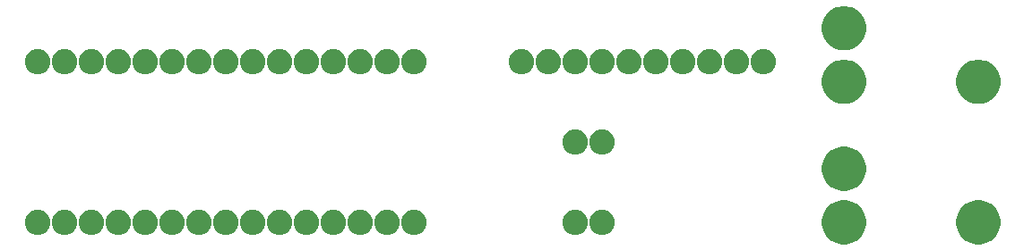
<source format=gbs>
G04*
G04  File:            TRIMIXMIX.GBS, Mon Jul 08 10:27:06 2019*
G04  Source:          P-CAD 2000 PCB, Version 15.10.17, (C:\Jure\Projekti\gitprojekti\trimixMix\trimixMix\hw\trimixmix.pcb)*
G04  Format:          Gerber Format (RS-274-D), ASCII*
G04*
G04  Format Options:  Absolute Positioning*
G04                   Leading-Zero Suppression*
G04                   Scale Factor 1:1*
G04                   NO Circular Interpolation*
G04                   Inch Units*
G04                   Numeric Format: 4.4 (XXXX.XXXX)*
G04                   G54 NOT Used for Aperture Change*
G04                   Apertures Embedded*
G04*
G04  File Options:    Offset = (0.0mil,0.0mil)*
G04                   Drill Symbol Size = 0.0mil*
G04                   No Pad/Via Holes*
G04*
G04  File Contents:   Pads*
G04                   Vias*
G04                   No Designators*
G04                   No Types*
G04                   No Values*
G04                   No Drill Symbols*
G04                   Bot Mask*
G04*
%INTRIMIXMIX.GBS*%
%ICAS*%
%MOIN*%
G04*
G04  Aperture MACROs for general use --- invoked via D-code assignment *
G04*
G04  General MACRO for flashed round with rotation and/or offset hole *
%AMROTOFFROUND*
1,1,$1,0.0000,0.0000*
1,0,$2,$3,$4*%
G04*
G04  General MACRO for flashed oval (obround) with rotation and/or offset hole *
%AMROTOFFOVAL*
21,1,$1,$2,0.0000,0.0000,$3*
1,1,$4,$5,$6*
1,1,$4,0-$5,0-$6*
1,0,$7,$8,$9*%
G04*
G04  General MACRO for flashed oval (obround) with rotation and no hole *
%AMROTOVALNOHOLE*
21,1,$1,$2,0.0000,0.0000,$3*
1,1,$4,$5,$6*
1,1,$4,0-$5,0-$6*%
G04*
G04  General MACRO for flashed rectangle with rotation and/or offset hole *
%AMROTOFFRECT*
21,1,$1,$2,0.0000,0.0000,$3*
1,0,$4,$5,$6*%
G04*
G04  General MACRO for flashed rectangle with rotation and no hole *
%AMROTRECTNOHOLE*
21,1,$1,$2,0.0000,0.0000,$3*%
G04*
G04  General MACRO for flashed rounded-rectangle *
%AMROUNDRECT*
21,1,$1,$2-$4,0.0000,0.0000,$3*
21,1,$1-$4,$2,0.0000,0.0000,$3*
1,1,$4,$5,$6*
1,1,$4,$7,$8*
1,1,$4,0-$5,0-$6*
1,1,$4,0-$7,0-$8*
1,0,$9,$10,$11*%
G04*
G04  General MACRO for flashed rounded-rectangle with rotation and no hole *
%AMROUNDRECTNOHOLE*
21,1,$1,$2-$4,0.0000,0.0000,$3*
21,1,$1-$4,$2,0.0000,0.0000,$3*
1,1,$4,$5,$6*
1,1,$4,$7,$8*
1,1,$4,0-$5,0-$6*
1,1,$4,0-$7,0-$8*%
G04*
G04  General MACRO for flashed regular polygon *
%AMREGPOLY*
5,1,$1,0.0000,0.0000,$2,$3+$4*
1,0,$5,$6,$7*%
G04*
G04  General MACRO for flashed regular polygon with no hole *
%AMREGPOLYNOHOLE*
5,1,$1,0.0000,0.0000,$2,$3+$4*%
G04*
G04  General MACRO for target *
%AMTARGET*
6,0,0,$1,$2,$3,4,$4,$5,$6*%
G04*
G04  General MACRO for mounting hole *
%AMMTHOLE*
1,1,$1,0,0*
1,0,$2,0,0*
$1=$1-$2*
$1=$1/2*
21,1,$2+$1,$3,0,0,$4*
21,1,$3,$2+$1,0,0,$4*%
G04*
G04*
G04  D10 : "Ellipse X10.0mil Y10.0mil H0.0mil 0.0deg (0.0mil,0.0mil) Draw"*
G04  Disc: OuterDia=0.0100*
%ADD10C, 0.0100*%
G04  D11 : "Ellipse X12.0mil Y12.0mil H0.0mil 0.0deg (0.0mil,0.0mil) Draw"*
G04  Disc: OuterDia=0.0120*
%ADD11C, 0.0120*%
G04  D12 : "Ellipse X15.0mil Y15.0mil H0.0mil 0.0deg (0.0mil,0.0mil) Draw"*
G04  Disc: OuterDia=0.0150*
%ADD12C, 0.0150*%
G04  D13 : "Ellipse X20.0mil Y20.0mil H0.0mil 0.0deg (0.0mil,0.0mil) Draw"*
G04  Disc: OuterDia=0.0200*
%ADD13C, 0.0200*%
G04  D14 : "Ellipse X25.0mil Y25.0mil H0.0mil 0.0deg (0.0mil,0.0mil) Draw"*
G04  Disc: OuterDia=0.0250*
%ADD14C, 0.0250*%
G04  D15 : "Ellipse X30.0mil Y30.0mil H0.0mil 0.0deg (0.0mil,0.0mil) Draw"*
G04  Disc: OuterDia=0.0300*
%ADD15C, 0.0300*%
G04  D16 : "Ellipse X50.0mil Y50.0mil H0.0mil 0.0deg (0.0mil,0.0mil) Draw"*
G04  Disc: OuterDia=0.0500*
%ADD16C, 0.0500*%
G04  D17 : "Ellipse X100.0mil Y60.0mil H0.0mil 0.0deg (0.0mil,0.0mil) Flash"*
G04  Obround: DimX=0.1000, DimY=0.0600, Rotation=0.0, OffsetX=0.0000, OffsetY=0.0000, HoleDia=0.0000 *
%ADD17O, 0.1000 X0.0600*%
G04  D18 : "Ellipse X115.0mil Y75.0mil H0.0mil 0.0deg (0.0mil,0.0mil) Flash"*
G04  Obround: DimX=0.1150, DimY=0.0750, Rotation=0.0, OffsetX=0.0000, OffsetY=0.0000, HoleDia=0.0000 *
%ADD18O, 0.1150 X0.0750*%
G04  D19 : "Ellipse X60.0mil Y60.0mil H0.0mil 0.0deg (0.0mil,0.0mil) Flash"*
G04  Disc: OuterDia=0.0600*
%ADD19C, 0.0600*%
G04  D20 : "Ellipse X62.0mil Y62.0mil H0.0mil 0.0deg (0.0mil,0.0mil) Flash"*
G04  Disc: OuterDia=0.0620*
%ADD20C, 0.0620*%
G04  D21 : "Ellipse X70.0mil Y70.0mil H0.0mil 0.0deg (0.0mil,0.0mil) Flash"*
G04  Disc: OuterDia=0.0700*
%ADD21C, 0.0700*%
G04  D22 : "Ellipse X75.0mil Y75.0mil H0.0mil 0.0deg (0.0mil,0.0mil) Flash"*
G04  Disc: OuterDia=0.0750*
%ADD22C, 0.0750*%
G04  D23 : "Ellipse X85.0mil Y85.0mil H0.0mil 0.0deg (0.0mil,0.0mil) Flash"*
G04  Disc: OuterDia=0.0850*
%ADD23C, 0.0850*%
G04  D24 : "Mounting Hole X200.0mil Y200.0mil H0.0mil 0.0deg (0.0mil,0.0mil) Flash"*
G04  Mounting Hole: Diameter=0.2000, Rotation=0.0, LineWidth=0.0050 *
%ADD24MTHOLE, 0.2000 X0.1800 X0.0050 X0.0*%
G04  D25 : "Rounded Rectangle X100.0mil Y60.0mil H0.0mil 0.0deg (0.0mil,0.0mil) Flash"*
G04  RoundRct: DimX=0.1000, DimY=0.0600, CornerRad=0.0150, Rotation=0.0, OffsetX=0.0000, OffsetY=0.0000, HoleDia=0.0000 *
%ADD25ROUNDRECTNOHOLE, 0.1000 X0.0600 X0.0 X0.0300 X-0.0350 X-0.0150 X-0.0350 X0.0150*%
G04  D26 : "Rounded Rectangle X115.0mil Y75.0mil H0.0mil 0.0deg (0.0mil,0.0mil) Flash"*
G04  RoundRct: DimX=0.1150, DimY=0.0750, CornerRad=0.0187, Rotation=0.0, OffsetX=0.0000, OffsetY=0.0000, HoleDia=0.0000 *
%ADD26ROUNDRECTNOHOLE, 0.1150 X0.0750 X0.0 X0.0375 X-0.0388 X-0.0187 X-0.0388 X0.0187*%
G04  D27 : "Rounded Rectangle X50.0mil Y350.0mil H0.0mil 0.0deg (0.0mil,0.0mil) Flash"*
G04  RoundRct: DimX=0.0500, DimY=0.3500, CornerRad=0.0125, Rotation=0.0, OffsetX=0.0000, OffsetY=0.0000, HoleDia=0.0000 *
%ADD27ROUNDRECTNOHOLE, 0.0500 X0.3500 X0.0 X0.0250 X-0.0125 X-0.1625 X-0.0125 X0.1625*%
G04  D28 : "Rounded Rectangle X65.0mil Y365.0mil H0.0mil 0.0deg (0.0mil,0.0mil) Flash"*
G04  RoundRct: DimX=0.0650, DimY=0.3650, CornerRad=0.0163, Rotation=0.0, OffsetX=0.0000, OffsetY=0.0000, HoleDia=0.0000 *
%ADD28ROUNDRECTNOHOLE, 0.0650 X0.3650 X0.0 X0.0325 X-0.0163 X-0.1663 X-0.0163 X0.1663*%
G04  D29 : "Rounded Rectangle X80.0mil Y50.0mil H0.0mil 0.0deg (0.0mil,0.0mil) Flash"*
G04  RoundRct: DimX=0.0800, DimY=0.0500, CornerRad=0.0125, Rotation=0.0, OffsetX=0.0000, OffsetY=0.0000, HoleDia=0.0000 *
%ADD29ROUNDRECTNOHOLE, 0.0800 X0.0500 X0.0 X0.0250 X-0.0275 X-0.0125 X-0.0275 X0.0125*%
G04  D30 : "Rounded Rectangle X95.0mil Y65.0mil H0.0mil 0.0deg (0.0mil,0.0mil) Flash"*
G04  RoundRct: DimX=0.0950, DimY=0.0650, CornerRad=0.0163, Rotation=0.0, OffsetX=0.0000, OffsetY=0.0000, HoleDia=0.0000 *
%ADD30ROUNDRECTNOHOLE, 0.0950 X0.0650 X0.0 X0.0325 X-0.0313 X-0.0163 X-0.0313 X0.0163*%
G04  D31 : "Rectangle X60.0mil Y60.0mil H0.0mil 0.0deg (0.0mil,0.0mil) Flash"*
G04  Square: Side=0.0600, Rotation=0.0, OffsetX=0.0000, OffsetY=0.0000, HoleDia=0.0000*
%ADD31R, 0.0600 X0.0600*%
G04  D32 : "Rectangle X70.0mil Y70.0mil H0.0mil 0.0deg (0.0mil,0.0mil) Flash"*
G04  Square: Side=0.0700, Rotation=0.0, OffsetX=0.0000, OffsetY=0.0000, HoleDia=0.0000*
%ADD32R, 0.0700 X0.0700*%
G04  D33 : "Rectangle X75.0mil Y75.0mil H0.0mil 0.0deg (0.0mil,0.0mil) Flash"*
G04  Square: Side=0.0750, Rotation=0.0, OffsetX=0.0000, OffsetY=0.0000, HoleDia=0.0000*
%ADD33R, 0.0750 X0.0750*%
G04  D34 : "Rectangle X85.0mil Y85.0mil H0.0mil 0.0deg (0.0mil,0.0mil) Flash"*
G04  Square: Side=0.0850, Rotation=0.0, OffsetX=0.0000, OffsetY=0.0000, HoleDia=0.0000*
%ADD34R, 0.0850 X0.0850*%
G04  D35 : "Ellipse X35.0mil Y35.0mil H0.0mil 0.0deg (0.0mil,0.0mil) Flash"*
G04  Disc: OuterDia=0.0350*
%ADD35C, 0.0350*%
G04  D36 : "Ellipse X40.0mil Y40.0mil H0.0mil 0.0deg (0.0mil,0.0mil) Flash"*
G04  Disc: OuterDia=0.0400*
%ADD36C, 0.0400*%
G04  D37 : "Ellipse X50.0mil Y50.0mil H0.0mil 0.0deg (0.0mil,0.0mil) Flash"*
G04  Disc: OuterDia=0.0500*
%ADD37C, 0.0500*%
G04  D38 : "Ellipse X55.0mil Y55.0mil H0.0mil 0.0deg (0.0mil,0.0mil) Flash"*
G04  Disc: OuterDia=0.0550*
%ADD38C, 0.0550*%
G04  D39 : "Ellipse X65.0mil Y65.0mil H0.0mil 0.0deg (0.0mil,0.0mil) Flash"*
G04  Disc: OuterDia=0.0650*
%ADD39C, 0.0650*%
G04  D40 : "Ellipse X77.0mil Y77.0mil H0.0mil 0.0deg (0.0mil,0.0mil) Flash"*
G04  Disc: OuterDia=0.0770*
%ADD40C, 0.0770*%
G04  D41 : "Ellipse X80.0mil Y80.0mil H0.0mil 0.0deg (0.0mil,0.0mil) Flash"*
G04  Disc: OuterDia=0.0800*
%ADD41C, 0.0800*%
G04  D42 : "Ellipse X95.0mil Y95.0mil H0.0mil 0.0deg (0.0mil,0.0mil) Flash"*
G04  Disc: OuterDia=0.0950*
%ADD42C, 0.0950*%
G04*
%FSLAX44Y44*%
%SFA1B1*%
%OFA0.0000B0.0000*%
G04*
G70*
G90*
G01*
D2*
%LNBot Mask*%
D10*
X53053Y49625*
X53446D1*
X52977Y49675D2*
X53522D1*
X52927Y49725D2*
X53572D1*
X52892Y49775D2*
X53607D1*
X52863Y49825D2*
X53636D1*
X52846Y49875D2*
X53653D1*
X52833Y49925D2*
X53666D1*
X52827Y49975D2*
X53672D1*
X52827Y50025D2*
X53672D1*
X52833Y50075D2*
X53666D1*
X52846Y50125D2*
X53653D1*
X52863Y50175D2*
X53636D1*
X52892Y50225D2*
X53607D1*
X52927Y50275D2*
X53572D1*
X52977Y50325D2*
X53522D1*
X53053Y50375D2*
X53446D1*
X53675Y50000D2*
X53664Y50094D1*
X53632Y50184*
X53582Y50264*
X53514Y50332*
X53434Y50382*
X53344Y50414*
X53250Y50425*
X53155Y50414*
X53065Y50382*
X52985Y50332*
X52917Y50264*
X52867Y50184*
X52835Y50094*
X52825Y50000*
X52835Y49905*
X52867Y49815*
X52917Y49735*
X52985Y49667*
X53065Y49617*
X53155Y49585*
X53250Y49575*
X53344Y49585*
X53434Y49617*
X53514Y49667*
X53582Y49735*
X53632Y49815*
X53664Y49905*
X53675Y50000*
X54053Y49625D2*
X54446D1*
X53977Y49675D2*
X54522D1*
X53927Y49725D2*
X54572D1*
X53892Y49775D2*
X54607D1*
X53863Y49825D2*
X54636D1*
X53846Y49875D2*
X54653D1*
X53833Y49925D2*
X54666D1*
X53827Y49975D2*
X54672D1*
X53827Y50025D2*
X54672D1*
X53833Y50075D2*
X54666D1*
X53846Y50125D2*
X54653D1*
X53863Y50175D2*
X54636D1*
X53892Y50225D2*
X54607D1*
X53927Y50275D2*
X54572D1*
X53977Y50325D2*
X54522D1*
X54053Y50375D2*
X54446D1*
X54675Y50000D2*
X54664Y50094D1*
X54632Y50184*
X54582Y50264*
X54514Y50332*
X54434Y50382*
X54344Y50414*
X54250Y50425*
X54155Y50414*
X54065Y50382*
X53985Y50332*
X53917Y50264*
X53867Y50184*
X53835Y50094*
X53825Y50000*
X53835Y49905*
X53867Y49815*
X53917Y49735*
X53985Y49667*
X54065Y49617*
X54155Y49585*
X54250Y49575*
X54344Y49585*
X54434Y49617*
X54514Y49667*
X54582Y49735*
X54632Y49815*
X54664Y49905*
X54675Y50000*
X55053Y49625D2*
X55446D1*
X54977Y49675D2*
X55522D1*
X54927Y49725D2*
X55572D1*
X54892Y49775D2*
X55607D1*
X54863Y49825D2*
X55636D1*
X54846Y49875D2*
X55653D1*
X54833Y49925D2*
X55666D1*
X54827Y49975D2*
X55672D1*
X54827Y50025D2*
X55672D1*
X54833Y50075D2*
X55666D1*
X54846Y50125D2*
X55653D1*
X54863Y50175D2*
X55636D1*
X54892Y50225D2*
X55607D1*
X54927Y50275D2*
X55572D1*
X54977Y50325D2*
X55522D1*
X55053Y50375D2*
X55446D1*
X55675Y50000D2*
X55664Y50094D1*
X55632Y50184*
X55582Y50264*
X55514Y50332*
X55434Y50382*
X55344Y50414*
X55250Y50425*
X55155Y50414*
X55065Y50382*
X54985Y50332*
X54917Y50264*
X54867Y50184*
X54835Y50094*
X54825Y50000*
X54835Y49905*
X54867Y49815*
X54917Y49735*
X54985Y49667*
X55065Y49617*
X55155Y49585*
X55250Y49575*
X55344Y49585*
X55434Y49617*
X55514Y49667*
X55582Y49735*
X55632Y49815*
X55664Y49905*
X55675Y50000*
X52053Y49625D2*
X52446D1*
X51977Y49675D2*
X52522D1*
X51927Y49725D2*
X52572D1*
X51892Y49775D2*
X52607D1*
X51863Y49825D2*
X52636D1*
X51846Y49875D2*
X52653D1*
X51833Y49925D2*
X52666D1*
X51827Y49975D2*
X52672D1*
X51827Y50025D2*
X52672D1*
X51833Y50075D2*
X52666D1*
X51846Y50125D2*
X52653D1*
X51863Y50175D2*
X52636D1*
X51892Y50225D2*
X52607D1*
X51927Y50275D2*
X52572D1*
X51977Y50325D2*
X52522D1*
X52053Y50375D2*
X52446D1*
X52675Y50000D2*
X52664Y50094D1*
X52632Y50184*
X52582Y50264*
X52514Y50332*
X52434Y50382*
X52344Y50414*
X52250Y50425*
X52155Y50414*
X52065Y50382*
X51985Y50332*
X51917Y50264*
X51867Y50184*
X51835Y50094*
X51825Y50000*
X51835Y49905*
X51867Y49815*
X51917Y49735*
X51985Y49667*
X52065Y49617*
X52155Y49585*
X52250Y49575*
X52344Y49585*
X52434Y49617*
X52514Y49667*
X52582Y49735*
X52632Y49815*
X52664Y49905*
X52675Y50000*
X51053Y49625D2*
X51446D1*
X50977Y49675D2*
X51522D1*
X50927Y49725D2*
X51572D1*
X50892Y49775D2*
X51607D1*
X50863Y49825D2*
X51636D1*
X50846Y49875D2*
X51653D1*
X50833Y49925D2*
X51666D1*
X50827Y49975D2*
X51672D1*
X50827Y50025D2*
X51672D1*
X50833Y50075D2*
X51666D1*
X50846Y50125D2*
X51653D1*
X50863Y50175D2*
X51636D1*
X50892Y50225D2*
X51607D1*
X50927Y50275D2*
X51572D1*
X50977Y50325D2*
X51522D1*
X51053Y50375D2*
X51446D1*
X51675Y50000D2*
X51664Y50094D1*
X51632Y50184*
X51582Y50264*
X51514Y50332*
X51434Y50382*
X51344Y50414*
X51250Y50425*
X51155Y50414*
X51065Y50382*
X50985Y50332*
X50917Y50264*
X50867Y50184*
X50835Y50094*
X50825Y50000*
X50835Y49905*
X50867Y49815*
X50917Y49735*
X50985Y49667*
X51065Y49617*
X51155Y49585*
X51250Y49575*
X51344Y49585*
X51434Y49617*
X51514Y49667*
X51582Y49735*
X51632Y49815*
X51664Y49905*
X51675Y50000*
X48053Y49625D2*
X48446D1*
X47977Y49675D2*
X48522D1*
X47927Y49725D2*
X48572D1*
X47892Y49775D2*
X48607D1*
X47863Y49825D2*
X48636D1*
X47846Y49875D2*
X48653D1*
X47833Y49925D2*
X48666D1*
X47827Y49975D2*
X48672D1*
X47827Y50025D2*
X48672D1*
X47833Y50075D2*
X48666D1*
X47846Y50125D2*
X48653D1*
X47863Y50175D2*
X48636D1*
X47892Y50225D2*
X48607D1*
X47927Y50275D2*
X48572D1*
X47977Y50325D2*
X48522D1*
X48053Y50375D2*
X48446D1*
X48675Y50000D2*
X48664Y50094D1*
X48632Y50184*
X48582Y50264*
X48514Y50332*
X48434Y50382*
X48344Y50414*
X48250Y50425*
X48155Y50414*
X48065Y50382*
X47985Y50332*
X47917Y50264*
X47867Y50184*
X47835Y50094*
X47825Y50000*
X47835Y49905*
X47867Y49815*
X47917Y49735*
X47985Y49667*
X48065Y49617*
X48155Y49585*
X48250Y49575*
X48344Y49585*
X48434Y49617*
X48514Y49667*
X48582Y49735*
X48632Y49815*
X48664Y49905*
X48675Y50000*
X49053Y49625D2*
X49446D1*
X48977Y49675D2*
X49522D1*
X48927Y49725D2*
X49572D1*
X48892Y49775D2*
X49607D1*
X48863Y49825D2*
X49636D1*
X48846Y49875D2*
X49653D1*
X48833Y49925D2*
X49666D1*
X48827Y49975D2*
X49672D1*
X48827Y50025D2*
X49672D1*
X48833Y50075D2*
X49666D1*
X48846Y50125D2*
X49653D1*
X48863Y50175D2*
X49636D1*
X48892Y50225D2*
X49607D1*
X48927Y50275D2*
X49572D1*
X48977Y50325D2*
X49522D1*
X49053Y50375D2*
X49446D1*
X49675Y50000D2*
X49664Y50094D1*
X49632Y50184*
X49582Y50264*
X49514Y50332*
X49434Y50382*
X49344Y50414*
X49250Y50425*
X49155Y50414*
X49065Y50382*
X48985Y50332*
X48917Y50264*
X48867Y50184*
X48835Y50094*
X48825Y50000*
X48835Y49905*
X48867Y49815*
X48917Y49735*
X48985Y49667*
X49065Y49617*
X49155Y49585*
X49250Y49575*
X49344Y49585*
X49434Y49617*
X49514Y49667*
X49582Y49735*
X49632Y49815*
X49664Y49905*
X49675Y50000*
X50053Y49625D2*
X50446D1*
X49977Y49675D2*
X50522D1*
X49927Y49725D2*
X50572D1*
X49892Y49775D2*
X50607D1*
X49863Y49825D2*
X50636D1*
X49846Y49875D2*
X50653D1*
X49833Y49925D2*
X50666D1*
X49827Y49975D2*
X50672D1*
X49827Y50025D2*
X50672D1*
X49833Y50075D2*
X50666D1*
X49846Y50125D2*
X50653D1*
X49863Y50175D2*
X50636D1*
X49892Y50225D2*
X50607D1*
X49927Y50275D2*
X50572D1*
X49977Y50325D2*
X50522D1*
X50053Y50375D2*
X50446D1*
X50675Y50000D2*
X50664Y50094D1*
X50632Y50184*
X50582Y50264*
X50514Y50332*
X50434Y50382*
X50344Y50414*
X50250Y50425*
X50155Y50414*
X50065Y50382*
X49985Y50332*
X49917Y50264*
X49867Y50184*
X49835Y50094*
X49825Y50000*
X49835Y49905*
X49867Y49815*
X49917Y49735*
X49985Y49667*
X50065Y49617*
X50155Y49585*
X50250Y49575*
X50344Y49585*
X50434Y49617*
X50514Y49667*
X50582Y49735*
X50632Y49815*
X50664Y49905*
X50675Y50000*
X47053Y49625D2*
X47446D1*
X46977Y49675D2*
X47522D1*
X46927Y49725D2*
X47572D1*
X46892Y49775D2*
X47607D1*
X46863Y49825D2*
X47636D1*
X46846Y49875D2*
X47653D1*
X46833Y49925D2*
X47666D1*
X46827Y49975D2*
X47672D1*
X46827Y50025D2*
X47672D1*
X46833Y50075D2*
X47666D1*
X46846Y50125D2*
X47653D1*
X46863Y50175D2*
X47636D1*
X46892Y50225D2*
X47607D1*
X46927Y50275D2*
X47572D1*
X46977Y50325D2*
X47522D1*
X47053Y50375D2*
X47446D1*
X47675Y50000D2*
X47664Y50094D1*
X47632Y50184*
X47582Y50264*
X47514Y50332*
X47434Y50382*
X47344Y50414*
X47250Y50425*
X47155Y50414*
X47065Y50382*
X46985Y50332*
X46917Y50264*
X46867Y50184*
X46835Y50094*
X46825Y50000*
X46835Y49905*
X46867Y49815*
X46917Y49735*
X46985Y49667*
X47065Y49617*
X47155Y49585*
X47250Y49575*
X47344Y49585*
X47434Y49617*
X47514Y49667*
X47582Y49735*
X47632Y49815*
X47664Y49905*
X47675Y50000*
X46053Y49625D2*
X46446D1*
X45977Y49675D2*
X46522D1*
X45927Y49725D2*
X46572D1*
X45892Y49775D2*
X46607D1*
X45863Y49825D2*
X46636D1*
X45846Y49875D2*
X46653D1*
X45833Y49925D2*
X46666D1*
X45827Y49975D2*
X46672D1*
X45827Y50025D2*
X46672D1*
X45833Y50075D2*
X46666D1*
X45846Y50125D2*
X46653D1*
X45863Y50175D2*
X46636D1*
X45892Y50225D2*
X46607D1*
X45927Y50275D2*
X46572D1*
X45977Y50325D2*
X46522D1*
X46053Y50375D2*
X46446D1*
X46675Y50000D2*
X46664Y50094D1*
X46632Y50184*
X46582Y50264*
X46514Y50332*
X46434Y50382*
X46344Y50414*
X46250Y50425*
X46155Y50414*
X46065Y50382*
X45985Y50332*
X45917Y50264*
X45867Y50184*
X45835Y50094*
X45825Y50000*
X45835Y49905*
X45867Y49815*
X45917Y49735*
X45985Y49667*
X46065Y49617*
X46155Y49585*
X46250Y49575*
X46344Y49585*
X46434Y49617*
X46514Y49667*
X46582Y49735*
X46632Y49815*
X46664Y49905*
X46675Y50000*
X40053Y49625D2*
X40446D1*
X39977Y49675D2*
X40522D1*
X39927Y49725D2*
X40572D1*
X39892Y49775D2*
X40607D1*
X39863Y49825D2*
X40636D1*
X39846Y49875D2*
X40653D1*
X39833Y49925D2*
X40666D1*
X39827Y49975D2*
X40672D1*
X39827Y50025D2*
X40672D1*
X39833Y50075D2*
X40666D1*
X39846Y50125D2*
X40653D1*
X39863Y50175D2*
X40636D1*
X39892Y50225D2*
X40607D1*
X39927Y50275D2*
X40572D1*
X39977Y50325D2*
X40522D1*
X40053Y50375D2*
X40446D1*
X40675Y50000D2*
X40664Y50094D1*
X40632Y50184*
X40582Y50264*
X40514Y50332*
X40434Y50382*
X40344Y50414*
X40250Y50425*
X40155Y50414*
X40065Y50382*
X39985Y50332*
X39917Y50264*
X39867Y50184*
X39835Y50094*
X39825Y50000*
X39835Y49905*
X39867Y49815*
X39917Y49735*
X39985Y49667*
X40065Y49617*
X40155Y49585*
X40250Y49575*
X40344Y49585*
X40434Y49617*
X40514Y49667*
X40582Y49735*
X40632Y49815*
X40664Y49905*
X40675Y50000*
X41053Y49625D2*
X41446D1*
X40977Y49675D2*
X41522D1*
X40927Y49725D2*
X41572D1*
X40892Y49775D2*
X41607D1*
X40863Y49825D2*
X41636D1*
X40846Y49875D2*
X41653D1*
X40833Y49925D2*
X41666D1*
X40827Y49975D2*
X41672D1*
X40827Y50025D2*
X41672D1*
X40833Y50075D2*
X41666D1*
X40846Y50125D2*
X41653D1*
X40863Y50175D2*
X41636D1*
X40892Y50225D2*
X41607D1*
X40927Y50275D2*
X41572D1*
X40977Y50325D2*
X41522D1*
X41053Y50375D2*
X41446D1*
X41675Y50000D2*
X41664Y50094D1*
X41632Y50184*
X41582Y50264*
X41514Y50332*
X41434Y50382*
X41344Y50414*
X41250Y50425*
X41155Y50414*
X41065Y50382*
X40985Y50332*
X40917Y50264*
X40867Y50184*
X40835Y50094*
X40825Y50000*
X40835Y49905*
X40867Y49815*
X40917Y49735*
X40985Y49667*
X41065Y49617*
X41155Y49585*
X41250Y49575*
X41344Y49585*
X41434Y49617*
X41514Y49667*
X41582Y49735*
X41632Y49815*
X41664Y49905*
X41675Y50000*
X42053Y49625D2*
X42446D1*
X41977Y49675D2*
X42522D1*
X41927Y49725D2*
X42572D1*
X41892Y49775D2*
X42607D1*
X41863Y49825D2*
X42636D1*
X41846Y49875D2*
X42653D1*
X41833Y49925D2*
X42666D1*
X41827Y49975D2*
X42672D1*
X41827Y50025D2*
X42672D1*
X41833Y50075D2*
X42666D1*
X41846Y50125D2*
X42653D1*
X41863Y50175D2*
X42636D1*
X41892Y50225D2*
X42607D1*
X41927Y50275D2*
X42572D1*
X41977Y50325D2*
X42522D1*
X42053Y50375D2*
X42446D1*
X42675Y50000D2*
X42664Y50094D1*
X42632Y50184*
X42582Y50264*
X42514Y50332*
X42434Y50382*
X42344Y50414*
X42250Y50425*
X42155Y50414*
X42065Y50382*
X41985Y50332*
X41917Y50264*
X41867Y50184*
X41835Y50094*
X41825Y50000*
X41835Y49905*
X41867Y49815*
X41917Y49735*
X41985Y49667*
X42065Y49617*
X42155Y49585*
X42250Y49575*
X42344Y49585*
X42434Y49617*
X42514Y49667*
X42582Y49735*
X42632Y49815*
X42664Y49905*
X42675Y50000*
X38053Y43625D2*
X38446D1*
X37977Y43675D2*
X38522D1*
X37927Y43725D2*
X38572D1*
X37892Y43775D2*
X38607D1*
X37863Y43825D2*
X38636D1*
X37846Y43875D2*
X38653D1*
X37833Y43925D2*
X38666D1*
X37827Y43975D2*
X38672D1*
X37827Y44025D2*
X38672D1*
X37833Y44075D2*
X38666D1*
X37846Y44125D2*
X38653D1*
X37863Y44175D2*
X38636D1*
X37892Y44225D2*
X38607D1*
X37927Y44275D2*
X38572D1*
X37977Y44325D2*
X38522D1*
X38053Y44375D2*
X38446D1*
X38675Y44000D2*
X38664Y44094D1*
X38632Y44184*
X38582Y44264*
X38514Y44332*
X38434Y44382*
X38344Y44414*
X38250Y44425*
X38155Y44414*
X38065Y44382*
X37985Y44332*
X37917Y44264*
X37867Y44184*
X37835Y44094*
X37825Y44000*
X37835Y43905*
X37867Y43815*
X37917Y43735*
X37985Y43667*
X38065Y43617*
X38155Y43585*
X38250Y43575*
X38344Y43585*
X38434Y43617*
X38514Y43667*
X38582Y43735*
X38632Y43815*
X38664Y43905*
X38675Y44000*
X39053Y43625D2*
X39446D1*
X38977Y43675D2*
X39522D1*
X38927Y43725D2*
X39572D1*
X38892Y43775D2*
X39607D1*
X38863Y43825D2*
X39636D1*
X38846Y43875D2*
X39653D1*
X38833Y43925D2*
X39666D1*
X38827Y43975D2*
X39672D1*
X38827Y44025D2*
X39672D1*
X38833Y44075D2*
X39666D1*
X38846Y44125D2*
X39653D1*
X38863Y44175D2*
X39636D1*
X38892Y44225D2*
X39607D1*
X38927Y44275D2*
X39572D1*
X38977Y44325D2*
X39522D1*
X39053Y44375D2*
X39446D1*
X39675Y44000D2*
X39664Y44094D1*
X39632Y44184*
X39582Y44264*
X39514Y44332*
X39434Y44382*
X39344Y44414*
X39250Y44425*
X39155Y44414*
X39065Y44382*
X38985Y44332*
X38917Y44264*
X38867Y44184*
X38835Y44094*
X38825Y44000*
X38835Y43905*
X38867Y43815*
X38917Y43735*
X38985Y43667*
X39065Y43617*
X39155Y43585*
X39250Y43575*
X39344Y43585*
X39434Y43617*
X39514Y43667*
X39582Y43735*
X39632Y43815*
X39664Y43905*
X39675Y44000*
X40053Y43625D2*
X40446D1*
X39977Y43675D2*
X40522D1*
X39927Y43725D2*
X40572D1*
X39892Y43775D2*
X40607D1*
X39863Y43825D2*
X40636D1*
X39846Y43875D2*
X40653D1*
X39833Y43925D2*
X40666D1*
X39827Y43975D2*
X40672D1*
X39827Y44025D2*
X40672D1*
X39833Y44075D2*
X40666D1*
X39846Y44125D2*
X40653D1*
X39863Y44175D2*
X40636D1*
X39892Y44225D2*
X40607D1*
X39927Y44275D2*
X40572D1*
X39977Y44325D2*
X40522D1*
X40053Y44375D2*
X40446D1*
X40675Y44000D2*
X40664Y44094D1*
X40632Y44184*
X40582Y44264*
X40514Y44332*
X40434Y44382*
X40344Y44414*
X40250Y44425*
X40155Y44414*
X40065Y44382*
X39985Y44332*
X39917Y44264*
X39867Y44184*
X39835Y44094*
X39825Y44000*
X39835Y43905*
X39867Y43815*
X39917Y43735*
X39985Y43667*
X40065Y43617*
X40155Y43585*
X40250Y43575*
X40344Y43585*
X40434Y43617*
X40514Y43667*
X40582Y43735*
X40632Y43815*
X40664Y43905*
X40675Y44000*
X41053Y43625D2*
X41446D1*
X40977Y43675D2*
X41522D1*
X40927Y43725D2*
X41572D1*
X40892Y43775D2*
X41607D1*
X40863Y43825D2*
X41636D1*
X40846Y43875D2*
X41653D1*
X40833Y43925D2*
X41666D1*
X40827Y43975D2*
X41672D1*
X40827Y44025D2*
X41672D1*
X40833Y44075D2*
X41666D1*
X40846Y44125D2*
X41653D1*
X40863Y44175D2*
X41636D1*
X40892Y44225D2*
X41607D1*
X40927Y44275D2*
X41572D1*
X40977Y44325D2*
X41522D1*
X41053Y44375D2*
X41446D1*
X41675Y44000D2*
X41664Y44094D1*
X41632Y44184*
X41582Y44264*
X41514Y44332*
X41434Y44382*
X41344Y44414*
X41250Y44425*
X41155Y44414*
X41065Y44382*
X40985Y44332*
X40917Y44264*
X40867Y44184*
X40835Y44094*
X40825Y44000*
X40835Y43905*
X40867Y43815*
X40917Y43735*
X40985Y43667*
X41065Y43617*
X41155Y43585*
X41250Y43575*
X41344Y43585*
X41434Y43617*
X41514Y43667*
X41582Y43735*
X41632Y43815*
X41664Y43905*
X41675Y44000*
X42053Y43625D2*
X42446D1*
X41977Y43675D2*
X42522D1*
X41927Y43725D2*
X42572D1*
X41892Y43775D2*
X42607D1*
X41863Y43825D2*
X42636D1*
X41846Y43875D2*
X42653D1*
X41833Y43925D2*
X42666D1*
X41827Y43975D2*
X42672D1*
X41827Y44025D2*
X42672D1*
X41833Y44075D2*
X42666D1*
X41846Y44125D2*
X42653D1*
X41863Y44175D2*
X42636D1*
X41892Y44225D2*
X42607D1*
X41927Y44275D2*
X42572D1*
X41977Y44325D2*
X42522D1*
X42053Y44375D2*
X42446D1*
X42675Y44000D2*
X42664Y44094D1*
X42632Y44184*
X42582Y44264*
X42514Y44332*
X42434Y44382*
X42344Y44414*
X42250Y44425*
X42155Y44414*
X42065Y44382*
X41985Y44332*
X41917Y44264*
X41867Y44184*
X41835Y44094*
X41825Y44000*
X41835Y43905*
X41867Y43815*
X41917Y43735*
X41985Y43667*
X42065Y43617*
X42155Y43585*
X42250Y43575*
X42344Y43585*
X42434Y43617*
X42514Y43667*
X42582Y43735*
X42632Y43815*
X42664Y43905*
X42675Y44000*
X39053Y49625D2*
X39446D1*
X38977Y49675D2*
X39522D1*
X38927Y49725D2*
X39572D1*
X38892Y49775D2*
X39607D1*
X38863Y49825D2*
X39636D1*
X38846Y49875D2*
X39653D1*
X38833Y49925D2*
X39666D1*
X38827Y49975D2*
X39672D1*
X38827Y50025D2*
X39672D1*
X38833Y50075D2*
X39666D1*
X38846Y50125D2*
X39653D1*
X38863Y50175D2*
X39636D1*
X38892Y50225D2*
X39607D1*
X38927Y50275D2*
X39572D1*
X38977Y50325D2*
X39522D1*
X39053Y50375D2*
X39446D1*
X39675Y50000D2*
X39664Y50094D1*
X39632Y50184*
X39582Y50264*
X39514Y50332*
X39434Y50382*
X39344Y50414*
X39250Y50425*
X39155Y50414*
X39065Y50382*
X38985Y50332*
X38917Y50264*
X38867Y50184*
X38835Y50094*
X38825Y50000*
X38835Y49905*
X38867Y49815*
X38917Y49735*
X38985Y49667*
X39065Y49617*
X39155Y49585*
X39250Y49575*
X39344Y49585*
X39434Y49617*
X39514Y49667*
X39582Y49735*
X39632Y49815*
X39664Y49905*
X39675Y50000*
X38053Y49625D2*
X38446D1*
X37977Y49675D2*
X38522D1*
X37927Y49725D2*
X38572D1*
X37892Y49775D2*
X38607D1*
X37863Y49825D2*
X38636D1*
X37846Y49875D2*
X38653D1*
X37833Y49925D2*
X38666D1*
X37827Y49975D2*
X38672D1*
X37827Y50025D2*
X38672D1*
X37833Y50075D2*
X38666D1*
X37846Y50125D2*
X38653D1*
X37863Y50175D2*
X38636D1*
X37892Y50225D2*
X38607D1*
X37927Y50275D2*
X38572D1*
X37977Y50325D2*
X38522D1*
X38053Y50375D2*
X38446D1*
X38675Y50000D2*
X38664Y50094D1*
X38632Y50184*
X38582Y50264*
X38514Y50332*
X38434Y50382*
X38344Y50414*
X38250Y50425*
X38155Y50414*
X38065Y50382*
X37985Y50332*
X37917Y50264*
X37867Y50184*
X37835Y50094*
X37825Y50000*
X37835Y49905*
X37867Y49815*
X37917Y49735*
X37985Y49667*
X38065Y49617*
X38155Y49585*
X38250Y49575*
X38344Y49585*
X38434Y49617*
X38514Y49667*
X38582Y49735*
X38632Y49815*
X38664Y49905*
X38675Y50000*
X35053Y49625D2*
X35446D1*
X34977Y49675D2*
X35522D1*
X34927Y49725D2*
X35572D1*
X34892Y49775D2*
X35607D1*
X34863Y49825D2*
X35636D1*
X34846Y49875D2*
X35653D1*
X34833Y49925D2*
X35666D1*
X34827Y49975D2*
X35672D1*
X34827Y50025D2*
X35672D1*
X34833Y50075D2*
X35666D1*
X34846Y50125D2*
X35653D1*
X34863Y50175D2*
X35636D1*
X34892Y50225D2*
X35607D1*
X34927Y50275D2*
X35572D1*
X34977Y50325D2*
X35522D1*
X35053Y50375D2*
X35446D1*
X35675Y50000D2*
X35664Y50094D1*
X35632Y50184*
X35582Y50264*
X35514Y50332*
X35434Y50382*
X35344Y50414*
X35250Y50425*
X35155Y50414*
X35065Y50382*
X34985Y50332*
X34917Y50264*
X34867Y50184*
X34835Y50094*
X34825Y50000*
X34835Y49905*
X34867Y49815*
X34917Y49735*
X34985Y49667*
X35065Y49617*
X35155Y49585*
X35250Y49575*
X35344Y49585*
X35434Y49617*
X35514Y49667*
X35582Y49735*
X35632Y49815*
X35664Y49905*
X35675Y50000*
X36053Y49625D2*
X36446D1*
X35977Y49675D2*
X36522D1*
X35927Y49725D2*
X36572D1*
X35892Y49775D2*
X36607D1*
X35863Y49825D2*
X36636D1*
X35846Y49875D2*
X36653D1*
X35833Y49925D2*
X36666D1*
X35827Y49975D2*
X36672D1*
X35827Y50025D2*
X36672D1*
X35833Y50075D2*
X36666D1*
X35846Y50125D2*
X36653D1*
X35863Y50175D2*
X36636D1*
X35892Y50225D2*
X36607D1*
X35927Y50275D2*
X36572D1*
X35977Y50325D2*
X36522D1*
X36053Y50375D2*
X36446D1*
X36675Y50000D2*
X36664Y50094D1*
X36632Y50184*
X36582Y50264*
X36514Y50332*
X36434Y50382*
X36344Y50414*
X36250Y50425*
X36155Y50414*
X36065Y50382*
X35985Y50332*
X35917Y50264*
X35867Y50184*
X35835Y50094*
X35825Y50000*
X35835Y49905*
X35867Y49815*
X35917Y49735*
X35985Y49667*
X36065Y49617*
X36155Y49585*
X36250Y49575*
X36344Y49585*
X36434Y49617*
X36514Y49667*
X36582Y49735*
X36632Y49815*
X36664Y49905*
X36675Y50000*
X37053Y49625D2*
X37446D1*
X36977Y49675D2*
X37522D1*
X36927Y49725D2*
X37572D1*
X36892Y49775D2*
X37607D1*
X36863Y49825D2*
X37636D1*
X36846Y49875D2*
X37653D1*
X36833Y49925D2*
X37666D1*
X36827Y49975D2*
X37672D1*
X36827Y50025D2*
X37672D1*
X36833Y50075D2*
X37666D1*
X36846Y50125D2*
X37653D1*
X36863Y50175D2*
X37636D1*
X36892Y50225D2*
X37607D1*
X36927Y50275D2*
X37572D1*
X36977Y50325D2*
X37522D1*
X37053Y50375D2*
X37446D1*
X37675Y50000D2*
X37664Y50094D1*
X37632Y50184*
X37582Y50264*
X37514Y50332*
X37434Y50382*
X37344Y50414*
X37250Y50425*
X37155Y50414*
X37065Y50382*
X36985Y50332*
X36917Y50264*
X36867Y50184*
X36835Y50094*
X36825Y50000*
X36835Y49905*
X36867Y49815*
X36917Y49735*
X36985Y49667*
X37065Y49617*
X37155Y49585*
X37250Y49575*
X37344Y49585*
X37434Y49617*
X37514Y49667*
X37582Y49735*
X37632Y49815*
X37664Y49905*
X37675Y50000*
X34053Y49625D2*
X34446D1*
X33977Y49675D2*
X34522D1*
X33927Y49725D2*
X34572D1*
X33892Y49775D2*
X34607D1*
X33863Y49825D2*
X34636D1*
X33846Y49875D2*
X34653D1*
X33833Y49925D2*
X34666D1*
X33827Y49975D2*
X34672D1*
X33827Y50025D2*
X34672D1*
X33833Y50075D2*
X34666D1*
X33846Y50125D2*
X34653D1*
X33863Y50175D2*
X34636D1*
X33892Y50225D2*
X34607D1*
X33927Y50275D2*
X34572D1*
X33977Y50325D2*
X34522D1*
X34053Y50375D2*
X34446D1*
X34675Y50000D2*
X34664Y50094D1*
X34632Y50184*
X34582Y50264*
X34514Y50332*
X34434Y50382*
X34344Y50414*
X34250Y50425*
X34155Y50414*
X34065Y50382*
X33985Y50332*
X33917Y50264*
X33867Y50184*
X33835Y50094*
X33825Y50000*
X33835Y49905*
X33867Y49815*
X33917Y49735*
X33985Y49667*
X34065Y49617*
X34155Y49585*
X34250Y49575*
X34344Y49585*
X34434Y49617*
X34514Y49667*
X34582Y49735*
X34632Y49815*
X34664Y49905*
X34675Y50000*
X33053Y49625D2*
X33446D1*
X32977Y49675D2*
X33522D1*
X32927Y49725D2*
X33572D1*
X32892Y49775D2*
X33607D1*
X32863Y49825D2*
X33636D1*
X32846Y49875D2*
X33653D1*
X32833Y49925D2*
X33666D1*
X32827Y49975D2*
X33672D1*
X32827Y50025D2*
X33672D1*
X32833Y50075D2*
X33666D1*
X32846Y50125D2*
X33653D1*
X32863Y50175D2*
X33636D1*
X32892Y50225D2*
X33607D1*
X32927Y50275D2*
X33572D1*
X32977Y50325D2*
X33522D1*
X33053Y50375D2*
X33446D1*
X33675Y50000D2*
X33664Y50094D1*
X33632Y50184*
X33582Y50264*
X33514Y50332*
X33434Y50382*
X33344Y50414*
X33250Y50425*
X33155Y50414*
X33065Y50382*
X32985Y50332*
X32917Y50264*
X32867Y50184*
X32835Y50094*
X32825Y50000*
X32835Y49905*
X32867Y49815*
X32917Y49735*
X32985Y49667*
X33065Y49617*
X33155Y49585*
X33250Y49575*
X33344Y49585*
X33434Y49617*
X33514Y49667*
X33582Y49735*
X33632Y49815*
X33664Y49905*
X33675Y50000*
X30053Y49625D2*
X30446D1*
X29977Y49675D2*
X30522D1*
X29927Y49725D2*
X30572D1*
X29892Y49775D2*
X30607D1*
X29863Y49825D2*
X30636D1*
X29846Y49875D2*
X30653D1*
X29833Y49925D2*
X30666D1*
X29827Y49975D2*
X30672D1*
X29827Y50025D2*
X30672D1*
X29833Y50075D2*
X30666D1*
X29846Y50125D2*
X30653D1*
X29863Y50175D2*
X30636D1*
X29892Y50225D2*
X30607D1*
X29927Y50275D2*
X30572D1*
X29977Y50325D2*
X30522D1*
X30053Y50375D2*
X30446D1*
X30675Y50000D2*
X30664Y50094D1*
X30632Y50184*
X30582Y50264*
X30514Y50332*
X30434Y50382*
X30344Y50414*
X30250Y50425*
X30155Y50414*
X30065Y50382*
X29985Y50332*
X29917Y50264*
X29867Y50184*
X29835Y50094*
X29825Y50000*
X29835Y49905*
X29867Y49815*
X29917Y49735*
X29985Y49667*
X30065Y49617*
X30155Y49585*
X30250Y49575*
X30344Y49585*
X30434Y49617*
X30514Y49667*
X30582Y49735*
X30632Y49815*
X30664Y49905*
X30675Y50000*
X31053Y49625D2*
X31446D1*
X30977Y49675D2*
X31522D1*
X30927Y49725D2*
X31572D1*
X30892Y49775D2*
X31607D1*
X30863Y49825D2*
X31636D1*
X30846Y49875D2*
X31653D1*
X30833Y49925D2*
X31666D1*
X30827Y49975D2*
X31672D1*
X30827Y50025D2*
X31672D1*
X30833Y50075D2*
X31666D1*
X30846Y50125D2*
X31653D1*
X30863Y50175D2*
X31636D1*
X30892Y50225D2*
X31607D1*
X30927Y50275D2*
X31572D1*
X30977Y50325D2*
X31522D1*
X31053Y50375D2*
X31446D1*
X31675Y50000D2*
X31664Y50094D1*
X31632Y50184*
X31582Y50264*
X31514Y50332*
X31434Y50382*
X31344Y50414*
X31250Y50425*
X31155Y50414*
X31065Y50382*
X30985Y50332*
X30917Y50264*
X30867Y50184*
X30835Y50094*
X30825Y50000*
X30835Y49905*
X30867Y49815*
X30917Y49735*
X30985Y49667*
X31065Y49617*
X31155Y49585*
X31250Y49575*
X31344Y49585*
X31434Y49617*
X31514Y49667*
X31582Y49735*
X31632Y49815*
X31664Y49905*
X31675Y50000*
X32053Y49625D2*
X32446D1*
X31977Y49675D2*
X32522D1*
X31927Y49725D2*
X32572D1*
X31892Y49775D2*
X32607D1*
X31863Y49825D2*
X32636D1*
X31846Y49875D2*
X32653D1*
X31833Y49925D2*
X32666D1*
X31827Y49975D2*
X32672D1*
X31827Y50025D2*
X32672D1*
X31833Y50075D2*
X32666D1*
X31846Y50125D2*
X32653D1*
X31863Y50175D2*
X32636D1*
X31892Y50225D2*
X32607D1*
X31927Y50275D2*
X32572D1*
X31977Y50325D2*
X32522D1*
X32053Y50375D2*
X32446D1*
X32675Y50000D2*
X32664Y50094D1*
X32632Y50184*
X32582Y50264*
X32514Y50332*
X32434Y50382*
X32344Y50414*
X32250Y50425*
X32155Y50414*
X32065Y50382*
X31985Y50332*
X31917Y50264*
X31867Y50184*
X31835Y50094*
X31825Y50000*
X31835Y49905*
X31867Y49815*
X31917Y49735*
X31985Y49667*
X32065Y49617*
X32155Y49585*
X32250Y49575*
X32344Y49585*
X32434Y49617*
X32514Y49667*
X32582Y49735*
X32632Y49815*
X32664Y49905*
X32675Y50000*
X29053Y49625D2*
X29446D1*
X28977Y49675D2*
X29522D1*
X28927Y49725D2*
X29572D1*
X28892Y49775D2*
X29607D1*
X28863Y49825D2*
X29636D1*
X28846Y49875D2*
X29653D1*
X28833Y49925D2*
X29666D1*
X28827Y49975D2*
X29672D1*
X28827Y50025D2*
X29672D1*
X28833Y50075D2*
X29666D1*
X28846Y50125D2*
X29653D1*
X28863Y50175D2*
X29636D1*
X28892Y50225D2*
X29607D1*
X28927Y50275D2*
X29572D1*
X28977Y50325D2*
X29522D1*
X29053Y50375D2*
X29446D1*
X29675Y50000D2*
X29664Y50094D1*
X29632Y50184*
X29582Y50264*
X29514Y50332*
X29434Y50382*
X29344Y50414*
X29250Y50425*
X29155Y50414*
X29065Y50382*
X28985Y50332*
X28917Y50264*
X28867Y50184*
X28835Y50094*
X28825Y50000*
X28835Y49905*
X28867Y49815*
X28917Y49735*
X28985Y49667*
X29065Y49617*
X29155Y49585*
X29250Y49575*
X29344Y49585*
X29434Y49617*
X29514Y49667*
X29582Y49735*
X29632Y49815*
X29664Y49905*
X29675Y50000*
X28053Y49625D2*
X28446D1*
X27977Y49675D2*
X28522D1*
X27927Y49725D2*
X28572D1*
X27892Y49775D2*
X28607D1*
X27863Y49825D2*
X28636D1*
X27846Y49875D2*
X28653D1*
X27833Y49925D2*
X28666D1*
X27827Y49975D2*
X28672D1*
X27827Y50025D2*
X28672D1*
X27833Y50075D2*
X28666D1*
X27846Y50125D2*
X28653D1*
X27863Y50175D2*
X28636D1*
X27892Y50225D2*
X28607D1*
X27927Y50275D2*
X28572D1*
X27977Y50325D2*
X28522D1*
X28053Y50375D2*
X28446D1*
X28675Y50000D2*
X28664Y50094D1*
X28632Y50184*
X28582Y50264*
X28514Y50332*
X28434Y50382*
X28344Y50414*
X28250Y50425*
X28155Y50414*
X28065Y50382*
X27985Y50332*
X27917Y50264*
X27867Y50184*
X27835Y50094*
X27825Y50000*
X27835Y49905*
X27867Y49815*
X27917Y49735*
X27985Y49667*
X28065Y49617*
X28155Y49585*
X28250Y49575*
X28344Y49585*
X28434Y49617*
X28514Y49667*
X28582Y49735*
X28632Y49815*
X28664Y49905*
X28675Y50000*
X35053Y43625D2*
X35446D1*
X34977Y43675D2*
X35522D1*
X34927Y43725D2*
X35572D1*
X34892Y43775D2*
X35607D1*
X34863Y43825D2*
X35636D1*
X34846Y43875D2*
X35653D1*
X34833Y43925D2*
X35666D1*
X34827Y43975D2*
X35672D1*
X34827Y44025D2*
X35672D1*
X34833Y44075D2*
X35666D1*
X34846Y44125D2*
X35653D1*
X34863Y44175D2*
X35636D1*
X34892Y44225D2*
X35607D1*
X34927Y44275D2*
X35572D1*
X34977Y44325D2*
X35522D1*
X35053Y44375D2*
X35446D1*
X35675Y44000D2*
X35664Y44094D1*
X35632Y44184*
X35582Y44264*
X35514Y44332*
X35434Y44382*
X35344Y44414*
X35250Y44425*
X35155Y44414*
X35065Y44382*
X34985Y44332*
X34917Y44264*
X34867Y44184*
X34835Y44094*
X34825Y44000*
X34835Y43905*
X34867Y43815*
X34917Y43735*
X34985Y43667*
X35065Y43617*
X35155Y43585*
X35250Y43575*
X35344Y43585*
X35434Y43617*
X35514Y43667*
X35582Y43735*
X35632Y43815*
X35664Y43905*
X35675Y44000*
X36053Y43625D2*
X36446D1*
X35977Y43675D2*
X36522D1*
X35927Y43725D2*
X36572D1*
X35892Y43775D2*
X36607D1*
X35863Y43825D2*
X36636D1*
X35846Y43875D2*
X36653D1*
X35833Y43925D2*
X36666D1*
X35827Y43975D2*
X36672D1*
X35827Y44025D2*
X36672D1*
X35833Y44075D2*
X36666D1*
X35846Y44125D2*
X36653D1*
X35863Y44175D2*
X36636D1*
X35892Y44225D2*
X36607D1*
X35927Y44275D2*
X36572D1*
X35977Y44325D2*
X36522D1*
X36053Y44375D2*
X36446D1*
X36675Y44000D2*
X36664Y44094D1*
X36632Y44184*
X36582Y44264*
X36514Y44332*
X36434Y44382*
X36344Y44414*
X36250Y44425*
X36155Y44414*
X36065Y44382*
X35985Y44332*
X35917Y44264*
X35867Y44184*
X35835Y44094*
X35825Y44000*
X35835Y43905*
X35867Y43815*
X35917Y43735*
X35985Y43667*
X36065Y43617*
X36155Y43585*
X36250Y43575*
X36344Y43585*
X36434Y43617*
X36514Y43667*
X36582Y43735*
X36632Y43815*
X36664Y43905*
X36675Y44000*
X37053Y43625D2*
X37446D1*
X36977Y43675D2*
X37522D1*
X36927Y43725D2*
X37572D1*
X36892Y43775D2*
X37607D1*
X36863Y43825D2*
X37636D1*
X36846Y43875D2*
X37653D1*
X36833Y43925D2*
X37666D1*
X36827Y43975D2*
X37672D1*
X36827Y44025D2*
X37672D1*
X36833Y44075D2*
X37666D1*
X36846Y44125D2*
X37653D1*
X36863Y44175D2*
X37636D1*
X36892Y44225D2*
X37607D1*
X36927Y44275D2*
X37572D1*
X36977Y44325D2*
X37522D1*
X37053Y44375D2*
X37446D1*
X37675Y44000D2*
X37664Y44094D1*
X37632Y44184*
X37582Y44264*
X37514Y44332*
X37434Y44382*
X37344Y44414*
X37250Y44425*
X37155Y44414*
X37065Y44382*
X36985Y44332*
X36917Y44264*
X36867Y44184*
X36835Y44094*
X36825Y44000*
X36835Y43905*
X36867Y43815*
X36917Y43735*
X36985Y43667*
X37065Y43617*
X37155Y43585*
X37250Y43575*
X37344Y43585*
X37434Y43617*
X37514Y43667*
X37582Y43735*
X37632Y43815*
X37664Y43905*
X37675Y44000*
X34053Y43625D2*
X34446D1*
X33977Y43675D2*
X34522D1*
X33927Y43725D2*
X34572D1*
X33892Y43775D2*
X34607D1*
X33863Y43825D2*
X34636D1*
X33846Y43875D2*
X34653D1*
X33833Y43925D2*
X34666D1*
X33827Y43975D2*
X34672D1*
X33827Y44025D2*
X34672D1*
X33833Y44075D2*
X34666D1*
X33846Y44125D2*
X34653D1*
X33863Y44175D2*
X34636D1*
X33892Y44225D2*
X34607D1*
X33927Y44275D2*
X34572D1*
X33977Y44325D2*
X34522D1*
X34053Y44375D2*
X34446D1*
X34675Y44000D2*
X34664Y44094D1*
X34632Y44184*
X34582Y44264*
X34514Y44332*
X34434Y44382*
X34344Y44414*
X34250Y44425*
X34155Y44414*
X34065Y44382*
X33985Y44332*
X33917Y44264*
X33867Y44184*
X33835Y44094*
X33825Y44000*
X33835Y43905*
X33867Y43815*
X33917Y43735*
X33985Y43667*
X34065Y43617*
X34155Y43585*
X34250Y43575*
X34344Y43585*
X34434Y43617*
X34514Y43667*
X34582Y43735*
X34632Y43815*
X34664Y43905*
X34675Y44000*
X33053Y43625D2*
X33446D1*
X32977Y43675D2*
X33522D1*
X32927Y43725D2*
X33572D1*
X32892Y43775D2*
X33607D1*
X32863Y43825D2*
X33636D1*
X32846Y43875D2*
X33653D1*
X32833Y43925D2*
X33666D1*
X32827Y43975D2*
X33672D1*
X32827Y44025D2*
X33672D1*
X32833Y44075D2*
X33666D1*
X32846Y44125D2*
X33653D1*
X32863Y44175D2*
X33636D1*
X32892Y44225D2*
X33607D1*
X32927Y44275D2*
X33572D1*
X32977Y44325D2*
X33522D1*
X33053Y44375D2*
X33446D1*
X33675Y44000D2*
X33664Y44094D1*
X33632Y44184*
X33582Y44264*
X33514Y44332*
X33434Y44382*
X33344Y44414*
X33250Y44425*
X33155Y44414*
X33065Y44382*
X32985Y44332*
X32917Y44264*
X32867Y44184*
X32835Y44094*
X32825Y44000*
X32835Y43905*
X32867Y43815*
X32917Y43735*
X32985Y43667*
X33065Y43617*
X33155Y43585*
X33250Y43575*
X33344Y43585*
X33434Y43617*
X33514Y43667*
X33582Y43735*
X33632Y43815*
X33664Y43905*
X33675Y44000*
X30053Y43625D2*
X30446D1*
X29977Y43675D2*
X30522D1*
X29927Y43725D2*
X30572D1*
X29892Y43775D2*
X30607D1*
X29863Y43825D2*
X30636D1*
X29846Y43875D2*
X30653D1*
X29833Y43925D2*
X30666D1*
X29827Y43975D2*
X30672D1*
X29827Y44025D2*
X30672D1*
X29833Y44075D2*
X30666D1*
X29846Y44125D2*
X30653D1*
X29863Y44175D2*
X30636D1*
X29892Y44225D2*
X30607D1*
X29927Y44275D2*
X30572D1*
X29977Y44325D2*
X30522D1*
X30053Y44375D2*
X30446D1*
X30675Y44000D2*
X30664Y44094D1*
X30632Y44184*
X30582Y44264*
X30514Y44332*
X30434Y44382*
X30344Y44414*
X30250Y44425*
X30155Y44414*
X30065Y44382*
X29985Y44332*
X29917Y44264*
X29867Y44184*
X29835Y44094*
X29825Y44000*
X29835Y43905*
X29867Y43815*
X29917Y43735*
X29985Y43667*
X30065Y43617*
X30155Y43585*
X30250Y43575*
X30344Y43585*
X30434Y43617*
X30514Y43667*
X30582Y43735*
X30632Y43815*
X30664Y43905*
X30675Y44000*
X31053Y43625D2*
X31446D1*
X30977Y43675D2*
X31522D1*
X30927Y43725D2*
X31572D1*
X30892Y43775D2*
X31607D1*
X30863Y43825D2*
X31636D1*
X30846Y43875D2*
X31653D1*
X30833Y43925D2*
X31666D1*
X30827Y43975D2*
X31672D1*
X30827Y44025D2*
X31672D1*
X30833Y44075D2*
X31666D1*
X30846Y44125D2*
X31653D1*
X30863Y44175D2*
X31636D1*
X30892Y44225D2*
X31607D1*
X30927Y44275D2*
X31572D1*
X30977Y44325D2*
X31522D1*
X31053Y44375D2*
X31446D1*
X31675Y44000D2*
X31664Y44094D1*
X31632Y44184*
X31582Y44264*
X31514Y44332*
X31434Y44382*
X31344Y44414*
X31250Y44425*
X31155Y44414*
X31065Y44382*
X30985Y44332*
X30917Y44264*
X30867Y44184*
X30835Y44094*
X30825Y44000*
X30835Y43905*
X30867Y43815*
X30917Y43735*
X30985Y43667*
X31065Y43617*
X31155Y43585*
X31250Y43575*
X31344Y43585*
X31434Y43617*
X31514Y43667*
X31582Y43735*
X31632Y43815*
X31664Y43905*
X31675Y44000*
X32053Y43625D2*
X32446D1*
X31977Y43675D2*
X32522D1*
X31927Y43725D2*
X32572D1*
X31892Y43775D2*
X32607D1*
X31863Y43825D2*
X32636D1*
X31846Y43875D2*
X32653D1*
X31833Y43925D2*
X32666D1*
X31827Y43975D2*
X32672D1*
X31827Y44025D2*
X32672D1*
X31833Y44075D2*
X32666D1*
X31846Y44125D2*
X32653D1*
X31863Y44175D2*
X32636D1*
X31892Y44225D2*
X32607D1*
X31927Y44275D2*
X32572D1*
X31977Y44325D2*
X32522D1*
X32053Y44375D2*
X32446D1*
X32675Y44000D2*
X32664Y44094D1*
X32632Y44184*
X32582Y44264*
X32514Y44332*
X32434Y44382*
X32344Y44414*
X32250Y44425*
X32155Y44414*
X32065Y44382*
X31985Y44332*
X31917Y44264*
X31867Y44184*
X31835Y44094*
X31825Y44000*
X31835Y43905*
X31867Y43815*
X31917Y43735*
X31985Y43667*
X32065Y43617*
X32155Y43585*
X32250Y43575*
X32344Y43585*
X32434Y43617*
X32514Y43667*
X32582Y43735*
X32632Y43815*
X32664Y43905*
X32675Y44000*
X29053Y43625D2*
X29446D1*
X28977Y43675D2*
X29522D1*
X28927Y43725D2*
X29572D1*
X28892Y43775D2*
X29607D1*
X28863Y43825D2*
X29636D1*
X28846Y43875D2*
X29653D1*
X28833Y43925D2*
X29666D1*
X28827Y43975D2*
X29672D1*
X28827Y44025D2*
X29672D1*
X28833Y44075D2*
X29666D1*
X28846Y44125D2*
X29653D1*
X28863Y44175D2*
X29636D1*
X28892Y44225D2*
X29607D1*
X28927Y44275D2*
X29572D1*
X28977Y44325D2*
X29522D1*
X29053Y44375D2*
X29446D1*
X29675Y44000D2*
X29664Y44094D1*
X29632Y44184*
X29582Y44264*
X29514Y44332*
X29434Y44382*
X29344Y44414*
X29250Y44425*
X29155Y44414*
X29065Y44382*
X28985Y44332*
X28917Y44264*
X28867Y44184*
X28835Y44094*
X28825Y44000*
X28835Y43905*
X28867Y43815*
X28917Y43735*
X28985Y43667*
X29065Y43617*
X29155Y43585*
X29250Y43575*
X29344Y43585*
X29434Y43617*
X29514Y43667*
X29582Y43735*
X29632Y43815*
X29664Y43905*
X29675Y44000*
X28053Y43625D2*
X28446D1*
X27977Y43675D2*
X28522D1*
X27927Y43725D2*
X28572D1*
X27892Y43775D2*
X28607D1*
X27863Y43825D2*
X28636D1*
X27846Y43875D2*
X28653D1*
X27833Y43925D2*
X28666D1*
X27827Y43975D2*
X28672D1*
X27827Y44025D2*
X28672D1*
X27833Y44075D2*
X28666D1*
X27846Y44125D2*
X28653D1*
X27863Y44175D2*
X28636D1*
X27892Y44225D2*
X28607D1*
X27927Y44275D2*
X28572D1*
X27977Y44325D2*
X28522D1*
X28053Y44375D2*
X28446D1*
X28675Y44000D2*
X28664Y44094D1*
X28632Y44184*
X28582Y44264*
X28514Y44332*
X28434Y44382*
X28344Y44414*
X28250Y44425*
X28155Y44414*
X28065Y44382*
X27985Y44332*
X27917Y44264*
X27867Y44184*
X27835Y44094*
X27825Y44000*
X27835Y43905*
X27867Y43815*
X27917Y43735*
X27985Y43667*
X28065Y43617*
X28155Y43585*
X28250Y43575*
X28344Y43585*
X28434Y43617*
X28514Y43667*
X28582Y43735*
X28632Y43815*
X28664Y43905*
X28675Y44000*
X49053Y43625D2*
X49446D1*
X48977Y43675D2*
X49522D1*
X48927Y43725D2*
X49572D1*
X48892Y43775D2*
X49607D1*
X48863Y43825D2*
X49636D1*
X48846Y43875D2*
X49653D1*
X48833Y43925D2*
X49666D1*
X48827Y43975D2*
X49672D1*
X48827Y44025D2*
X49672D1*
X48833Y44075D2*
X49666D1*
X48846Y44125D2*
X49653D1*
X48863Y44175D2*
X49636D1*
X48892Y44225D2*
X49607D1*
X48927Y44275D2*
X49572D1*
X48977Y44325D2*
X49522D1*
X49053Y44375D2*
X49446D1*
X49250Y43575D2*
X49344Y43585D1*
X49434Y43617*
X49514Y43667*
X49582Y43735*
X49632Y43815*
X49664Y43905*
X49675Y44000*
X49664Y44094*
X49632Y44184*
X49582Y44264*
X49514Y44332*
X49434Y44382*
X49344Y44414*
X49250Y44425*
X49155Y44414*
X49065Y44382*
X48985Y44332*
X48917Y44264*
X48867Y44184*
X48835Y44094*
X48825Y44000*
X48835Y43905*
X48867Y43815*
X48917Y43735*
X48985Y43667*
X49065Y43617*
X49155Y43585*
X49250Y43575*
X49053Y46625D2*
X49446D1*
X48977Y46675D2*
X49522D1*
X48927Y46725D2*
X49572D1*
X48892Y46775D2*
X49607D1*
X48863Y46825D2*
X49636D1*
X48846Y46875D2*
X49653D1*
X48833Y46925D2*
X49666D1*
X48827Y46975D2*
X49672D1*
X48827Y47025D2*
X49672D1*
X48833Y47075D2*
X49666D1*
X48846Y47125D2*
X49653D1*
X48863Y47175D2*
X49636D1*
X48892Y47225D2*
X49607D1*
X48927Y47275D2*
X49572D1*
X48977Y47325D2*
X49522D1*
X49053Y47375D2*
X49446D1*
X49250Y46575D2*
X49344Y46585D1*
X49434Y46617*
X49514Y46667*
X49582Y46735*
X49632Y46815*
X49664Y46905*
X49675Y47000*
X49664Y47094*
X49632Y47184*
X49582Y47264*
X49514Y47332*
X49434Y47382*
X49344Y47414*
X49250Y47425*
X49155Y47414*
X49065Y47382*
X48985Y47332*
X48917Y47264*
X48867Y47184*
X48835Y47094*
X48825Y47000*
X48835Y46905*
X48867Y46815*
X48917Y46735*
X48985Y46667*
X49065Y46617*
X49155Y46585*
X49250Y46575*
X48053Y43625D2*
X48446D1*
X47977Y43675D2*
X48522D1*
X47927Y43725D2*
X48572D1*
X47892Y43775D2*
X48607D1*
X47863Y43825D2*
X48636D1*
X47846Y43875D2*
X48653D1*
X47833Y43925D2*
X48666D1*
X47827Y43975D2*
X48672D1*
X47827Y44025D2*
X48672D1*
X47833Y44075D2*
X48666D1*
X47846Y44125D2*
X48653D1*
X47863Y44175D2*
X48636D1*
X47892Y44225D2*
X48607D1*
X47927Y44275D2*
X48572D1*
X47977Y44325D2*
X48522D1*
X48053Y44375D2*
X48446D1*
X48250Y43575D2*
X48344Y43585D1*
X48434Y43617*
X48514Y43667*
X48582Y43735*
X48632Y43815*
X48664Y43905*
X48675Y44000*
X48664Y44094*
X48632Y44184*
X48582Y44264*
X48514Y44332*
X48434Y44382*
X48344Y44414*
X48250Y44425*
X48155Y44414*
X48065Y44382*
X47985Y44332*
X47917Y44264*
X47867Y44184*
X47835Y44094*
X47825Y44000*
X47835Y43905*
X47867Y43815*
X47917Y43735*
X47985Y43667*
X48065Y43617*
X48155Y43585*
X48250Y43575*
X48053Y46625D2*
X48446D1*
X47977Y46675D2*
X48522D1*
X47927Y46725D2*
X48572D1*
X47892Y46775D2*
X48607D1*
X47863Y46825D2*
X48636D1*
X47846Y46875D2*
X48653D1*
X47833Y46925D2*
X48666D1*
X47827Y46975D2*
X48672D1*
X47827Y47025D2*
X48672D1*
X47833Y47075D2*
X48666D1*
X47846Y47125D2*
X48653D1*
X47863Y47175D2*
X48636D1*
X47892Y47225D2*
X48607D1*
X47927Y47275D2*
X48572D1*
X47977Y47325D2*
X48522D1*
X48053Y47375D2*
X48446D1*
X48250Y46575D2*
X48344Y46585D1*
X48434Y46617*
X48514Y46667*
X48582Y46735*
X48632Y46815*
X48664Y46905*
X48675Y47000*
X48664Y47094*
X48632Y47184*
X48582Y47264*
X48514Y47332*
X48434Y47382*
X48344Y47414*
X48250Y47425*
X48155Y47414*
X48065Y47382*
X47985Y47332*
X47917Y47264*
X47867Y47184*
X47835Y47094*
X47825Y47000*
X47835Y46905*
X47867Y46815*
X47917Y46735*
X47985Y46667*
X48065Y46617*
X48155Y46585*
X48250Y46575*
X57976Y50525D2*
X58523D1*
X57871Y50575D2*
X58628D1*
X57793Y50625D2*
X58706D1*
X57730Y50675D2*
X58769D1*
X57680Y50725D2*
X58819D1*
X57639Y50775D2*
X58860D1*
X57602Y50825D2*
X58897D1*
X57572Y50875D2*
X58927D1*
X57547Y50925D2*
X58952D1*
X57525Y50975D2*
X58974D1*
X57509Y51025D2*
X58990D1*
X57495Y51075D2*
X59004D1*
X57486Y51125D2*
X59013D1*
X57479Y51175D2*
X59020D1*
X57476Y51225D2*
X59023D1*
X57476Y51275D2*
X59023D1*
X57479Y51325D2*
X59020D1*
X57486Y51375D2*
X59013D1*
X57495Y51425D2*
X59004D1*
X57509Y51475D2*
X58990D1*
X57525Y51525D2*
X58974D1*
X57547Y51575D2*
X58952D1*
X57572Y51625D2*
X58927D1*
X57602Y51675D2*
X58897D1*
X57639Y51725D2*
X58860D1*
X57680Y51775D2*
X58819D1*
X57730Y51825D2*
X58769D1*
X57793Y51875D2*
X58706D1*
X57871Y51925D2*
X58628D1*
X57976Y51975D2*
X58523D1*
X58250Y52025D2*
X58156Y52019D1*
X58064Y52002*
X57975Y51974*
X57889Y51936*
X57809Y51887*
X57736Y51830*
X57669Y51763*
X57612Y51690*
X57563Y51610*
X57525Y51524*
X57497Y51435*
X57480Y51343*
X57475Y51250*
X57480Y51156*
X57497Y51064*
X57525Y50975*
X57563Y50889*
X57612Y50809*
X57669Y50736*
X57736Y50669*
X57809Y50612*
X57889Y50563*
X57975Y50525*
X58064Y50497*
X58156Y50480*
X58250Y50475*
X58343Y50480*
X58435Y50497*
X58524Y50525*
X58610Y50563*
X58690Y50612*
X58763Y50669*
X58830Y50736*
X58887Y50809*
X58936Y50889*
X58974Y50975*
X59002Y51064*
X59019Y51156*
X59025Y51250*
X59019Y51343*
X59002Y51435*
X58974Y51524*
X58936Y51610*
X58887Y51690*
X58830Y51763*
X58763Y51830*
X58690Y51887*
X58610Y51936*
X58524Y51974*
X58435Y52002*
X58343Y52019*
X58250Y52025*
X62976Y48525D2*
X63523D1*
X62871Y48575D2*
X63628D1*
X62793Y48625D2*
X63706D1*
X62730Y48675D2*
X63769D1*
X62680Y48725D2*
X63819D1*
X62639Y48775D2*
X63860D1*
X62602Y48825D2*
X63897D1*
X62572Y48875D2*
X63927D1*
X62547Y48925D2*
X63952D1*
X62525Y48975D2*
X63974D1*
X62509Y49025D2*
X63990D1*
X62495Y49075D2*
X64004D1*
X62486Y49125D2*
X64013D1*
X62479Y49175D2*
X64020D1*
X62476Y49225D2*
X64023D1*
X62476Y49275D2*
X64023D1*
X62479Y49325D2*
X64020D1*
X62486Y49375D2*
X64013D1*
X62495Y49425D2*
X64004D1*
X62509Y49475D2*
X63990D1*
X62525Y49525D2*
X63974D1*
X62547Y49575D2*
X63952D1*
X62572Y49625D2*
X63927D1*
X62602Y49675D2*
X63897D1*
X62639Y49725D2*
X63860D1*
X62680Y49775D2*
X63819D1*
X62730Y49825D2*
X63769D1*
X62793Y49875D2*
X63706D1*
X62871Y49925D2*
X63628D1*
X62976Y49975D2*
X63523D1*
X64025Y49250D2*
X64019Y49343D1*
X64002Y49435*
X63974Y49524*
X63936Y49610*
X63887Y49690*
X63830Y49763*
X63763Y49830*
X63690Y49887*
X63610Y49936*
X63524Y49974*
X63435Y50002*
X63343Y50019*
X63250Y50025*
X63156Y50019*
X63064Y50002*
X62975Y49974*
X62889Y49936*
X62809Y49887*
X62736Y49830*
X62669Y49763*
X62612Y49690*
X62563Y49610*
X62525Y49524*
X62497Y49435*
X62480Y49343*
X62475Y49250*
X62480Y49156*
X62497Y49064*
X62525Y48975*
X62563Y48889*
X62612Y48809*
X62669Y48736*
X62736Y48669*
X62809Y48612*
X62889Y48563*
X62975Y48525*
X63064Y48497*
X63156Y48480*
X63250Y48475*
X63343Y48480*
X63435Y48497*
X63524Y48525*
X63610Y48563*
X63690Y48612*
X63763Y48669*
X63830Y48736*
X63887Y48809*
X63936Y48889*
X63974Y48975*
X64002Y49064*
X64019Y49156*
X64025Y49250*
X57976Y48525D2*
X58523D1*
X57871Y48575D2*
X58628D1*
X57793Y48625D2*
X58706D1*
X57730Y48675D2*
X58769D1*
X57680Y48725D2*
X58819D1*
X57639Y48775D2*
X58860D1*
X57602Y48825D2*
X58897D1*
X57572Y48875D2*
X58927D1*
X57547Y48925D2*
X58952D1*
X57525Y48975D2*
X58974D1*
X57509Y49025D2*
X58990D1*
X57495Y49075D2*
X59004D1*
X57486Y49125D2*
X59013D1*
X57479Y49175D2*
X59020D1*
X57476Y49225D2*
X59023D1*
X57476Y49275D2*
X59023D1*
X57479Y49325D2*
X59020D1*
X57486Y49375D2*
X59013D1*
X57495Y49425D2*
X59004D1*
X57509Y49475D2*
X58990D1*
X57525Y49525D2*
X58974D1*
X57547Y49575D2*
X58952D1*
X57572Y49625D2*
X58927D1*
X57602Y49675D2*
X58897D1*
X57639Y49725D2*
X58860D1*
X57680Y49775D2*
X58819D1*
X57730Y49825D2*
X58769D1*
X57793Y49875D2*
X58706D1*
X57871Y49925D2*
X58628D1*
X57976Y49975D2*
X58523D1*
X59025Y49250D2*
X59019Y49343D1*
X59002Y49435*
X58974Y49524*
X58936Y49610*
X58887Y49690*
X58830Y49763*
X58763Y49830*
X58690Y49887*
X58610Y49936*
X58524Y49974*
X58435Y50002*
X58343Y50019*
X58250Y50025*
X58156Y50019*
X58064Y50002*
X57975Y49974*
X57889Y49936*
X57809Y49887*
X57736Y49830*
X57669Y49763*
X57612Y49690*
X57563Y49610*
X57525Y49524*
X57497Y49435*
X57480Y49343*
X57475Y49250*
X57480Y49156*
X57497Y49064*
X57525Y48975*
X57563Y48889*
X57612Y48809*
X57669Y48736*
X57736Y48669*
X57809Y48612*
X57889Y48563*
X57975Y48525*
X58064Y48497*
X58156Y48480*
X58250Y48475*
X58343Y48480*
X58435Y48497*
X58524Y48525*
X58610Y48563*
X58690Y48612*
X58763Y48669*
X58830Y48736*
X58887Y48809*
X58936Y48889*
X58974Y48975*
X59002Y49064*
X59019Y49156*
X59025Y49250*
X62976Y43275D2*
X63523D1*
X62871Y43325D2*
X63628D1*
X62793Y43375D2*
X63706D1*
X62730Y43425D2*
X63769D1*
X62680Y43475D2*
X63819D1*
X62639Y43525D2*
X63860D1*
X62602Y43575D2*
X63897D1*
X62572Y43625D2*
X63927D1*
X62547Y43675D2*
X63952D1*
X62525Y43725D2*
X63974D1*
X62509Y43775D2*
X63990D1*
X62495Y43825D2*
X64004D1*
X62486Y43875D2*
X64013D1*
X62479Y43925D2*
X64020D1*
X62476Y43975D2*
X64023D1*
X62476Y44025D2*
X64023D1*
X62479Y44075D2*
X64020D1*
X62486Y44125D2*
X64013D1*
X62495Y44175D2*
X64004D1*
X62509Y44225D2*
X63990D1*
X62525Y44275D2*
X63974D1*
X62547Y44325D2*
X63952D1*
X62572Y44375D2*
X63927D1*
X62602Y44425D2*
X63897D1*
X62639Y44475D2*
X63860D1*
X62680Y44525D2*
X63819D1*
X62730Y44575D2*
X63769D1*
X62793Y44625D2*
X63706D1*
X62871Y44675D2*
X63628D1*
X62976Y44725D2*
X63523D1*
X64025Y44000D2*
X64019Y44093D1*
X64002Y44185*
X63974Y44274*
X63936Y44360*
X63887Y44440*
X63830Y44513*
X63763Y44580*
X63690Y44637*
X63610Y44686*
X63524Y44724*
X63435Y44752*
X63343Y44769*
X63250Y44775*
X63156Y44769*
X63064Y44752*
X62975Y44724*
X62889Y44686*
X62809Y44637*
X62736Y44580*
X62669Y44513*
X62612Y44440*
X62563Y44360*
X62525Y44274*
X62497Y44185*
X62480Y44093*
X62475Y44000*
X62480Y43906*
X62497Y43814*
X62525Y43725*
X62563Y43639*
X62612Y43559*
X62669Y43486*
X62736Y43419*
X62809Y43362*
X62889Y43313*
X62975Y43275*
X63064Y43247*
X63156Y43230*
X63250Y43225*
X63343Y43230*
X63435Y43247*
X63524Y43275*
X63610Y43313*
X63690Y43362*
X63763Y43419*
X63830Y43486*
X63887Y43559*
X63936Y43639*
X63974Y43725*
X64002Y43814*
X64019Y43906*
X64025Y44000*
X57976Y45275D2*
X58523D1*
X57871Y45325D2*
X58628D1*
X57793Y45375D2*
X58706D1*
X57730Y45425D2*
X58769D1*
X57680Y45475D2*
X58819D1*
X57639Y45525D2*
X58860D1*
X57602Y45575D2*
X58897D1*
X57572Y45625D2*
X58927D1*
X57547Y45675D2*
X58952D1*
X57525Y45725D2*
X58974D1*
X57509Y45775D2*
X58990D1*
X57495Y45825D2*
X59004D1*
X57486Y45875D2*
X59013D1*
X57479Y45925D2*
X59020D1*
X57476Y45975D2*
X59023D1*
X57476Y46025D2*
X59023D1*
X57479Y46075D2*
X59020D1*
X57486Y46125D2*
X59013D1*
X57495Y46175D2*
X59004D1*
X57509Y46225D2*
X58990D1*
X57525Y46275D2*
X58974D1*
X57547Y46325D2*
X58952D1*
X57572Y46375D2*
X58927D1*
X57602Y46425D2*
X58897D1*
X57639Y46475D2*
X58860D1*
X57680Y46525D2*
X58819D1*
X57730Y46575D2*
X58769D1*
X57793Y46625D2*
X58706D1*
X57871Y46675D2*
X58628D1*
X57976Y46725D2*
X58523D1*
X58250Y46775D2*
X58156Y46769D1*
X58064Y46752*
X57975Y46724*
X57889Y46686*
X57809Y46637*
X57736Y46580*
X57669Y46513*
X57612Y46440*
X57563Y46360*
X57525Y46274*
X57497Y46185*
X57480Y46093*
X57475Y46000*
X57480Y45906*
X57497Y45814*
X57525Y45725*
X57563Y45639*
X57612Y45559*
X57669Y45486*
X57736Y45419*
X57809Y45362*
X57889Y45313*
X57975Y45275*
X58064Y45247*
X58156Y45230*
X58250Y45225*
X58343Y45230*
X58435Y45247*
X58524Y45275*
X58610Y45313*
X58690Y45362*
X58763Y45419*
X58830Y45486*
X58887Y45559*
X58936Y45639*
X58974Y45725*
X59002Y45814*
X59019Y45906*
X59025Y46000*
X59019Y46093*
X59002Y46185*
X58974Y46274*
X58936Y46360*
X58887Y46440*
X58830Y46513*
X58763Y46580*
X58690Y46637*
X58610Y46686*
X58524Y46724*
X58435Y46752*
X58343Y46769*
X58250Y46775*
X57976Y43275D2*
X58523D1*
X57871Y43325D2*
X58628D1*
X57793Y43375D2*
X58706D1*
X57730Y43425D2*
X58769D1*
X57680Y43475D2*
X58819D1*
X57639Y43525D2*
X58860D1*
X57602Y43575D2*
X58897D1*
X57572Y43625D2*
X58927D1*
X57547Y43675D2*
X58952D1*
X57525Y43725D2*
X58974D1*
X57509Y43775D2*
X58990D1*
X57495Y43825D2*
X59004D1*
X57486Y43875D2*
X59013D1*
X57479Y43925D2*
X59020D1*
X57476Y43975D2*
X59023D1*
X57476Y44025D2*
X59023D1*
X57479Y44075D2*
X59020D1*
X57486Y44125D2*
X59013D1*
X57495Y44175D2*
X59004D1*
X57509Y44225D2*
X58990D1*
X57525Y44275D2*
X58974D1*
X57547Y44325D2*
X58952D1*
X57572Y44375D2*
X58927D1*
X57602Y44425D2*
X58897D1*
X57639Y44475D2*
X58860D1*
X57680Y44525D2*
X58819D1*
X57730Y44575D2*
X58769D1*
X57793Y44625D2*
X58706D1*
X57871Y44675D2*
X58628D1*
X57976Y44725D2*
X58523D1*
X59025Y44000D2*
X59019Y44093D1*
X59002Y44185*
X58974Y44274*
X58936Y44360*
X58887Y44440*
X58830Y44513*
X58763Y44580*
X58690Y44637*
X58610Y44686*
X58524Y44724*
X58435Y44752*
X58343Y44769*
X58250Y44775*
X58156Y44769*
X58064Y44752*
X57975Y44724*
X57889Y44686*
X57809Y44637*
X57736Y44580*
X57669Y44513*
X57612Y44440*
X57563Y44360*
X57525Y44274*
X57497Y44185*
X57480Y44093*
X57475Y44000*
X57480Y43906*
X57497Y43814*
X57525Y43725*
X57563Y43639*
X57612Y43559*
X57669Y43486*
X57736Y43419*
X57809Y43362*
X57889Y43313*
X57975Y43275*
X58064Y43247*
X58156Y43230*
X58250Y43225*
X58343Y43230*
X58435Y43247*
X58524Y43275*
X58610Y43313*
X58690Y43362*
X58763Y43419*
X58830Y43486*
X58887Y43559*
X58936Y43639*
X58974Y43725*
X59002Y43814*
X59019Y43906*
X59025Y44000*
D02M02*

</source>
